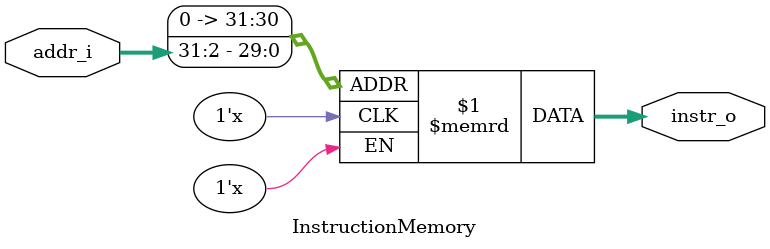
<source format=v>
module InstructionMemory
(
    addr_i, 
    instr_o
);

// Interface
input	[31:0]	addr_i;
output	[31:0]	instr_o;

// Instruction memory
reg     [31:0]	memory  [0:255];

assign	instr_o = memory[addr_i>>2];  

endmodule
</source>
